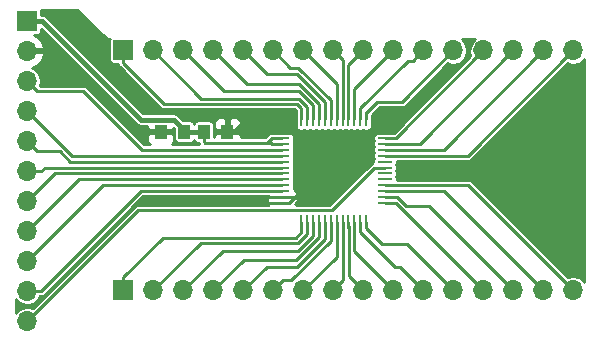
<source format=gbr>
G04 #@! TF.FileFunction,Copper,L1,Top,Signal*
%FSLAX46Y46*%
G04 Gerber Fmt 4.6, Leading zero omitted, Abs format (unit mm)*
G04 Created by KiCad (PCBNEW 4.0.4-stable) date 05/29/18 15:17:11*
%MOMM*%
%LPD*%
G01*
G04 APERTURE LIST*
%ADD10C,0.100000*%
%ADD11R,1.000000X1.250000*%
%ADD12R,1.700000X1.700000*%
%ADD13O,1.700000X1.700000*%
%ADD14R,0.250000X1.300000*%
%ADD15R,1.300000X0.250000*%
%ADD16C,0.600000*%
%ADD17C,0.250000*%
%ADD18C,0.400000*%
%ADD19C,0.254000*%
G04 APERTURE END LIST*
D10*
D11*
X159150000Y-86550000D03*
X161150000Y-86550000D03*
X157500000Y-86550000D03*
X155500000Y-86550000D03*
D12*
X144200000Y-77175000D03*
D13*
X144200000Y-79715000D03*
X144200000Y-82255000D03*
X144200000Y-84795000D03*
X144200000Y-87335000D03*
X144200000Y-89875000D03*
X144200000Y-92415000D03*
X144200000Y-94955000D03*
X144200000Y-97495000D03*
X144200000Y-100035000D03*
X144200000Y-102575000D03*
D14*
X172900000Y-85490000D03*
X172400000Y-85490000D03*
X171900000Y-85490000D03*
X171400000Y-85490000D03*
X170900000Y-85490000D03*
X170400000Y-85490000D03*
X169900000Y-85490000D03*
X169400000Y-85490000D03*
X168900000Y-85490000D03*
X168400000Y-85490000D03*
X167900000Y-85490000D03*
X167400000Y-85490000D03*
D15*
X165800000Y-87090000D03*
X165800000Y-87590000D03*
X165800000Y-88090000D03*
X165800000Y-88590000D03*
X165800000Y-89090000D03*
X165800000Y-89590000D03*
X165800000Y-90090000D03*
X165800000Y-90590000D03*
X165800000Y-91090000D03*
X165800000Y-91590000D03*
X165800000Y-92090000D03*
X165800000Y-92590000D03*
D14*
X167400000Y-94190000D03*
X167900000Y-94190000D03*
X168400000Y-94190000D03*
X168900000Y-94190000D03*
X169400000Y-94190000D03*
X169900000Y-94190000D03*
X170400000Y-94190000D03*
X170900000Y-94190000D03*
X171400000Y-94190000D03*
X171900000Y-94190000D03*
X172400000Y-94190000D03*
X172900000Y-94190000D03*
D15*
X174500000Y-92590000D03*
X174500000Y-92090000D03*
X174500000Y-91590000D03*
X174500000Y-91090000D03*
X174500000Y-90590000D03*
X174500000Y-90090000D03*
X174500000Y-89590000D03*
X174500000Y-89090000D03*
X174500000Y-88590000D03*
X174500000Y-88090000D03*
X174500000Y-87590000D03*
X174500000Y-87090000D03*
D12*
X152340000Y-79680000D03*
D13*
X154880000Y-79680000D03*
X157420000Y-79680000D03*
X159960000Y-79680000D03*
X162500000Y-79680000D03*
X165040000Y-79680000D03*
X167580000Y-79680000D03*
X170120000Y-79680000D03*
X172660000Y-79680000D03*
X175200000Y-79680000D03*
X177740000Y-79680000D03*
X180280000Y-79680000D03*
X182820000Y-79680000D03*
X185360000Y-79680000D03*
X187900000Y-79680000D03*
X190440000Y-79680000D03*
D12*
X152340000Y-100000000D03*
D13*
X154880000Y-100000000D03*
X157420000Y-100000000D03*
X159960000Y-100000000D03*
X162500000Y-100000000D03*
X165040000Y-100000000D03*
X167580000Y-100000000D03*
X170120000Y-100000000D03*
X172660000Y-100000000D03*
X175200000Y-100000000D03*
X177740000Y-100000000D03*
X180280000Y-100000000D03*
X182820000Y-100000000D03*
X185360000Y-100000000D03*
X187900000Y-100000000D03*
X190440000Y-100000000D03*
D16*
X183050000Y-89825000D03*
X162925000Y-85275000D03*
X153900000Y-86525000D03*
X167525000Y-91425000D03*
X163900000Y-92275000D03*
D17*
X159225001Y-87500001D02*
X162725000Y-87500001D01*
X162725000Y-87500001D02*
X164489999Y-87500001D01*
X165800000Y-87590000D02*
X164900000Y-87590000D01*
X164900000Y-87590000D02*
X164810001Y-87500001D01*
X164810001Y-87500001D02*
X162725000Y-87500001D01*
X159150000Y-86550000D02*
X159150000Y-87425000D01*
X159150000Y-87425000D02*
X159225001Y-87500001D01*
X164489999Y-87500001D02*
X164900000Y-87090000D01*
X164900000Y-87090000D02*
X165800000Y-87090000D01*
D18*
X157500000Y-86550000D02*
X159150000Y-86550000D01*
X144200000Y-77175000D02*
X145450000Y-77175000D01*
X145450000Y-77175000D02*
X153799999Y-85524999D01*
X153799999Y-85524999D02*
X156600000Y-85525000D01*
X156600000Y-85525000D02*
X157500000Y-86425000D01*
X157500000Y-86425000D02*
X157500000Y-86550000D01*
D17*
X161150000Y-86550000D02*
X161650000Y-86550000D01*
X161650000Y-86550000D02*
X162925000Y-85275000D01*
X155500000Y-86550000D02*
X153925000Y-86550000D01*
X153925000Y-86550000D02*
X153900000Y-86525000D01*
X165800000Y-92590000D02*
X166360000Y-92590000D01*
X166360000Y-92590000D02*
X167525000Y-91425000D01*
X165800000Y-92090000D02*
X166860000Y-92090000D01*
X166860000Y-92090000D02*
X167525000Y-91425000D01*
X165800000Y-92590000D02*
X164215000Y-92590000D01*
X164215000Y-92590000D02*
X163900000Y-92275000D01*
X165800000Y-92090000D02*
X164085000Y-92090000D01*
X164085000Y-92090000D02*
X163900000Y-92275000D01*
X164900000Y-90590000D02*
X165800000Y-90590000D01*
X148565000Y-90590000D02*
X164900000Y-90590000D01*
X144200000Y-94955000D02*
X148565000Y-90590000D01*
X165800000Y-91090000D02*
X150605000Y-91090000D01*
X150605000Y-91090000D02*
X144200000Y-97495000D01*
X144200000Y-100035000D02*
X145402081Y-100035000D01*
X145402081Y-100035000D02*
X153847081Y-91590000D01*
X153847081Y-91590000D02*
X164900000Y-91590000D01*
X164900000Y-91590000D02*
X165800000Y-91590000D01*
X144200000Y-82255000D02*
X145049999Y-83104999D01*
X145049999Y-83104999D02*
X148929999Y-83104999D01*
X148929999Y-83104999D02*
X153915000Y-88090000D01*
X153915000Y-88090000D02*
X165800000Y-88090000D01*
X144200000Y-84795000D02*
X147995000Y-88590000D01*
X147995000Y-88590000D02*
X165800000Y-88590000D01*
X144200000Y-87335000D02*
X145049999Y-88184999D01*
X145049999Y-88184999D02*
X146953589Y-88184999D01*
X146953589Y-88184999D02*
X147858590Y-89090000D01*
X147858590Y-89090000D02*
X164900000Y-89090000D01*
X164900000Y-89090000D02*
X165800000Y-89090000D01*
X164900000Y-89590000D02*
X165800000Y-89590000D01*
X145687081Y-89590000D02*
X164900000Y-89590000D01*
X145402081Y-89875000D02*
X145687081Y-89590000D01*
X144200000Y-89875000D02*
X145402081Y-89875000D01*
X146525000Y-90090000D02*
X164900000Y-90090000D01*
X164900000Y-90090000D02*
X165800000Y-90090000D01*
X144200000Y-92415000D02*
X146525000Y-90090000D01*
X144200000Y-102575000D02*
X153560001Y-93214999D01*
X153560001Y-93214999D02*
X169975001Y-93214999D01*
X169975001Y-93214999D02*
X173600000Y-89590000D01*
X173600000Y-89590000D02*
X174500000Y-89590000D01*
X167035000Y-84225000D02*
X155785000Y-84225000D01*
X155785000Y-84225000D02*
X152340000Y-80780000D01*
X152340000Y-80780000D02*
X152340000Y-79680000D01*
X167400000Y-85490000D02*
X167400000Y-84590000D01*
X167400000Y-84590000D02*
X167035000Y-84225000D01*
X167196410Y-83750000D02*
X158950000Y-83750000D01*
X158950000Y-83750000D02*
X154880000Y-79680000D01*
X167900000Y-85490000D02*
X167900000Y-84453590D01*
X167900000Y-84453590D02*
X167196410Y-83750000D01*
X167232820Y-83150000D02*
X160890000Y-83150000D01*
X160890000Y-83150000D02*
X157420000Y-79680000D01*
X168400000Y-85490000D02*
X168400000Y-84317180D01*
X168400000Y-84317180D02*
X167232820Y-83150000D01*
X167219230Y-82500000D02*
X162780000Y-82500000D01*
X162780000Y-82500000D02*
X159960000Y-79680000D01*
X168900000Y-85490000D02*
X168900000Y-84180770D01*
X168900000Y-84180770D02*
X167219230Y-82500000D01*
X167030640Y-81675000D02*
X164495000Y-81675000D01*
X164495000Y-81675000D02*
X162500000Y-79680000D01*
X169400000Y-85490000D02*
X169400000Y-84044360D01*
X169400000Y-84044360D02*
X167030640Y-81675000D01*
X169900000Y-85490000D02*
X169900000Y-83907950D01*
X167117361Y-81125311D02*
X166485311Y-81125311D01*
X169900000Y-83907950D02*
X167117361Y-81125311D01*
X166485311Y-81125311D02*
X165040000Y-79680000D01*
X170400000Y-85490000D02*
X170400000Y-82500000D01*
X170400000Y-82500000D02*
X167580000Y-79680000D01*
X170900000Y-85490000D02*
X170900000Y-80460000D01*
X170900000Y-80460000D02*
X170120000Y-79680000D01*
X171400000Y-85490000D02*
X171400000Y-80940000D01*
X171400000Y-80940000D02*
X172660000Y-79680000D01*
X171900000Y-85490000D02*
X171900000Y-82980000D01*
X171900000Y-82980000D02*
X175200000Y-79680000D01*
X172400000Y-85490000D02*
X172400000Y-84590000D01*
X172400000Y-84590000D02*
X176460001Y-80529999D01*
X176460001Y-80529999D02*
X176890001Y-80529999D01*
X176890001Y-80529999D02*
X177740000Y-79680000D01*
X173840000Y-84025000D02*
X175935000Y-84025000D01*
X175935000Y-84025000D02*
X180280000Y-79680000D01*
X172900000Y-85490000D02*
X172900000Y-84965000D01*
X172900000Y-84965000D02*
X173840000Y-84025000D01*
X174500000Y-87090000D02*
X175410000Y-87090000D01*
X175410000Y-87090000D02*
X182820000Y-79680000D01*
X174500000Y-87590000D02*
X177450000Y-87590000D01*
X177450000Y-87590000D02*
X185360000Y-79680000D01*
X174500000Y-88090000D02*
X179490000Y-88090000D01*
X179490000Y-88090000D02*
X187900000Y-79680000D01*
X174500000Y-88590000D02*
X181530000Y-88590000D01*
X181530000Y-88590000D02*
X190440000Y-79680000D01*
X166940000Y-95550000D02*
X155690000Y-95550000D01*
X155690000Y-95550000D02*
X152340000Y-98900000D01*
X152340000Y-98900000D02*
X152340000Y-100000000D01*
X167400000Y-94190000D02*
X167400000Y-95090000D01*
X167400000Y-95090000D02*
X166940000Y-95550000D01*
X167126400Y-96000010D02*
X158879990Y-96000010D01*
X158879990Y-96000010D02*
X154880000Y-100000000D01*
X167900000Y-94190000D02*
X167900000Y-95226410D01*
X167900000Y-95226410D02*
X167126400Y-96000010D01*
X167112820Y-96650000D02*
X160770000Y-96650000D01*
X160770000Y-96650000D02*
X157420000Y-100000000D01*
X168400000Y-94190000D02*
X168400000Y-95362820D01*
X168400000Y-95362820D02*
X167112820Y-96650000D01*
X166974230Y-97425000D02*
X162535000Y-97425000D01*
X162535000Y-97425000D02*
X159960000Y-100000000D01*
X168900000Y-94190000D02*
X168900000Y-95499230D01*
X168900000Y-95499230D02*
X166974230Y-97425000D01*
X167060640Y-97975000D02*
X164525000Y-97975000D01*
X164525000Y-97975000D02*
X162500000Y-100000000D01*
X169400000Y-94190000D02*
X169400000Y-95635640D01*
X169400000Y-95635640D02*
X167060640Y-97975000D01*
X169900000Y-94190000D02*
X169900000Y-95772050D01*
X169900000Y-95772050D02*
X166522049Y-99150001D01*
X166522049Y-99150001D02*
X165889999Y-99150001D01*
X165889999Y-99150001D02*
X165040000Y-100000000D01*
X170400000Y-94190000D02*
X170400000Y-97180000D01*
X170400000Y-97180000D02*
X167580000Y-100000000D01*
X170900000Y-94190000D02*
X170900000Y-95090000D01*
X170900000Y-95090000D02*
X170969999Y-95159999D01*
X170969999Y-95159999D02*
X170969999Y-99150001D01*
X170969999Y-99150001D02*
X170120000Y-100000000D01*
X171400000Y-94190000D02*
X171400000Y-94525000D01*
X171400000Y-94525000D02*
X171449999Y-94574999D01*
X171449999Y-94574999D02*
X171449999Y-98789999D01*
X171449999Y-98789999D02*
X171810001Y-99150001D01*
X171810001Y-99150001D02*
X172660000Y-100000000D01*
X171900000Y-94190000D02*
X171900000Y-96700000D01*
X171900000Y-96700000D02*
X175200000Y-100000000D01*
X175360000Y-98050000D02*
X175790000Y-98050000D01*
X175790000Y-98050000D02*
X177740000Y-100000000D01*
X172400000Y-94190000D02*
X172400000Y-95090000D01*
X172400000Y-95090000D02*
X175360000Y-98050000D01*
X174225000Y-96040000D02*
X176320000Y-96040000D01*
X176320000Y-96040000D02*
X180280000Y-100000000D01*
X172900000Y-94190000D02*
X172900000Y-94715000D01*
X172900000Y-94715000D02*
X174225000Y-96040000D01*
X176110000Y-93300000D02*
X176120000Y-93300000D01*
X176120000Y-93300000D02*
X182820000Y-100000000D01*
X174500000Y-92590000D02*
X175400000Y-92590000D01*
X175400000Y-92590000D02*
X176110000Y-93300000D01*
X174500000Y-92090000D02*
X175536410Y-92090000D01*
X175536410Y-92090000D02*
X176296400Y-92849990D01*
X176296400Y-92849990D02*
X178209990Y-92849990D01*
X178209990Y-92849990D02*
X184510001Y-99150001D01*
X184510001Y-99150001D02*
X185360000Y-100000000D01*
X174500000Y-91590000D02*
X179490000Y-91590000D01*
X179490000Y-91590000D02*
X187900000Y-100000000D01*
X174500000Y-91090000D02*
X181530000Y-91090000D01*
X181530000Y-91090000D02*
X190440000Y-100000000D01*
D19*
G36*
X164611673Y-92105301D02*
X164534403Y-92291847D01*
X164515000Y-92311250D01*
X164515000Y-92368750D01*
X164534403Y-92388153D01*
X164611673Y-92574699D01*
X164689474Y-92652500D01*
X164673750Y-92652500D01*
X164563251Y-92762999D01*
X153560001Y-92762999D01*
X153387028Y-92797405D01*
X153240388Y-92895387D01*
X144652379Y-101483397D01*
X144223059Y-101398000D01*
X144176941Y-101398000D01*
X143726523Y-101487594D01*
X143344676Y-101742735D01*
X143232000Y-101911367D01*
X143232000Y-100698633D01*
X143344676Y-100867265D01*
X143726523Y-101122406D01*
X144176941Y-101212000D01*
X144223059Y-101212000D01*
X144673477Y-101122406D01*
X145055324Y-100867265D01*
X145309408Y-100487000D01*
X145402081Y-100487000D01*
X145575054Y-100452594D01*
X145721693Y-100354612D01*
X154034306Y-92042000D01*
X164674974Y-92042000D01*
X164611673Y-92105301D01*
X164611673Y-92105301D01*
G37*
X164611673Y-92105301D02*
X164534403Y-92291847D01*
X164515000Y-92311250D01*
X164515000Y-92368750D01*
X164534403Y-92388153D01*
X164611673Y-92574699D01*
X164689474Y-92652500D01*
X164673750Y-92652500D01*
X164563251Y-92762999D01*
X153560001Y-92762999D01*
X153387028Y-92797405D01*
X153240388Y-92895387D01*
X144652379Y-101483397D01*
X144223059Y-101398000D01*
X144176941Y-101398000D01*
X143726523Y-101487594D01*
X143344676Y-101742735D01*
X143232000Y-101911367D01*
X143232000Y-100698633D01*
X143344676Y-100867265D01*
X143726523Y-101122406D01*
X144176941Y-101212000D01*
X144223059Y-101212000D01*
X144673477Y-101122406D01*
X145055324Y-100867265D01*
X145309408Y-100487000D01*
X145402081Y-100487000D01*
X145575054Y-100452594D01*
X145721693Y-100354612D01*
X154034306Y-92042000D01*
X164674974Y-92042000D01*
X164611673Y-92105301D01*
G36*
X191368000Y-99287954D02*
X191272265Y-99144676D01*
X190890418Y-98889535D01*
X190440000Y-98799941D01*
X189989582Y-98889535D01*
X189977100Y-98897876D01*
X181849612Y-90770388D01*
X181702973Y-90672406D01*
X181530000Y-90638000D01*
X175483406Y-90638000D01*
X175483406Y-90465000D01*
X175460605Y-90343821D01*
X175458105Y-90339937D01*
X175483406Y-90215000D01*
X175483406Y-89965000D01*
X175460605Y-89843821D01*
X175458105Y-89839937D01*
X175483406Y-89715000D01*
X175483406Y-89465000D01*
X175460605Y-89343821D01*
X175458105Y-89339937D01*
X175483406Y-89215000D01*
X175483406Y-89042000D01*
X181530000Y-89042000D01*
X181702973Y-89007594D01*
X181849612Y-88909612D01*
X189977100Y-80782124D01*
X189989582Y-80790465D01*
X190440000Y-80880059D01*
X190890418Y-80790465D01*
X191272265Y-80535324D01*
X191368000Y-80392046D01*
X191368000Y-99287954D01*
X191368000Y-99287954D01*
G37*
X191368000Y-99287954D02*
X191272265Y-99144676D01*
X190890418Y-98889535D01*
X190440000Y-98799941D01*
X189989582Y-98889535D01*
X189977100Y-98897876D01*
X181849612Y-90770388D01*
X181702973Y-90672406D01*
X181530000Y-90638000D01*
X175483406Y-90638000D01*
X175483406Y-90465000D01*
X175460605Y-90343821D01*
X175458105Y-90339937D01*
X175483406Y-90215000D01*
X175483406Y-89965000D01*
X175460605Y-89843821D01*
X175458105Y-89839937D01*
X175483406Y-89715000D01*
X175483406Y-89465000D01*
X175460605Y-89343821D01*
X175458105Y-89339937D01*
X175483406Y-89215000D01*
X175483406Y-89042000D01*
X181530000Y-89042000D01*
X181702973Y-89007594D01*
X181849612Y-88909612D01*
X189977100Y-80782124D01*
X189989582Y-80790465D01*
X190440000Y-80880059D01*
X190890418Y-80790465D01*
X191272265Y-80535324D01*
X191368000Y-80392046D01*
X191368000Y-99287954D01*
G36*
X150840241Y-78634760D02*
X150938308Y-78700286D01*
X150947949Y-78706728D01*
X151075000Y-78732000D01*
X151176440Y-78732000D01*
X151156594Y-78830000D01*
X151156594Y-80530000D01*
X151179395Y-80651179D01*
X151251012Y-80762474D01*
X151360286Y-80837138D01*
X151490000Y-80863406D01*
X151904590Y-80863406D01*
X151922406Y-80952973D01*
X152020388Y-81099612D01*
X155465388Y-84544612D01*
X155612027Y-84642594D01*
X155785000Y-84677000D01*
X166847776Y-84677000D01*
X166948000Y-84777224D01*
X166948000Y-84808367D01*
X166941594Y-84840000D01*
X166941594Y-86140000D01*
X166964395Y-86261179D01*
X167036012Y-86372474D01*
X167145286Y-86447138D01*
X167275000Y-86473406D01*
X167525000Y-86473406D01*
X167646179Y-86450605D01*
X167650063Y-86448105D01*
X167775000Y-86473406D01*
X168025000Y-86473406D01*
X168146179Y-86450605D01*
X168150063Y-86448105D01*
X168275000Y-86473406D01*
X168525000Y-86473406D01*
X168646179Y-86450605D01*
X168650063Y-86448105D01*
X168775000Y-86473406D01*
X169025000Y-86473406D01*
X169146179Y-86450605D01*
X169150063Y-86448105D01*
X169275000Y-86473406D01*
X169525000Y-86473406D01*
X169646179Y-86450605D01*
X169650063Y-86448105D01*
X169775000Y-86473406D01*
X170025000Y-86473406D01*
X170146179Y-86450605D01*
X170150063Y-86448105D01*
X170275000Y-86473406D01*
X170525000Y-86473406D01*
X170646179Y-86450605D01*
X170650063Y-86448105D01*
X170775000Y-86473406D01*
X171025000Y-86473406D01*
X171146179Y-86450605D01*
X171150063Y-86448105D01*
X171275000Y-86473406D01*
X171525000Y-86473406D01*
X171646179Y-86450605D01*
X171650063Y-86448105D01*
X171775000Y-86473406D01*
X172025000Y-86473406D01*
X172146179Y-86450605D01*
X172150063Y-86448105D01*
X172275000Y-86473406D01*
X172525000Y-86473406D01*
X172646179Y-86450605D01*
X172650063Y-86448105D01*
X172775000Y-86473406D01*
X173025000Y-86473406D01*
X173146179Y-86450605D01*
X173257474Y-86378988D01*
X173332138Y-86269714D01*
X173358406Y-86140000D01*
X173358406Y-85145818D01*
X174027224Y-84477000D01*
X175935000Y-84477000D01*
X176107973Y-84442594D01*
X176254612Y-84344612D01*
X179817100Y-80782124D01*
X179829582Y-80790465D01*
X180280000Y-80880059D01*
X180730418Y-80790465D01*
X181112265Y-80535324D01*
X181367406Y-80153477D01*
X181457000Y-79703059D01*
X181457000Y-79656941D01*
X181367406Y-79206523D01*
X181112265Y-78824676D01*
X180973565Y-78732000D01*
X182126435Y-78732000D01*
X181987735Y-78824676D01*
X181732594Y-79206523D01*
X181643000Y-79656941D01*
X181643000Y-79703059D01*
X181728397Y-80132378D01*
X175222776Y-86638000D01*
X175181633Y-86638000D01*
X175150000Y-86631594D01*
X173850000Y-86631594D01*
X173728821Y-86654395D01*
X173617526Y-86726012D01*
X173542862Y-86835286D01*
X173516594Y-86965000D01*
X173516594Y-87215000D01*
X173539395Y-87336179D01*
X173541895Y-87340063D01*
X173516594Y-87465000D01*
X173516594Y-87715000D01*
X173539395Y-87836179D01*
X173541895Y-87840063D01*
X173516594Y-87965000D01*
X173516594Y-88215000D01*
X173539395Y-88336179D01*
X173541895Y-88340063D01*
X173516594Y-88465000D01*
X173516594Y-88715000D01*
X173539395Y-88836179D01*
X173541895Y-88840063D01*
X173516594Y-88965000D01*
X173516594Y-89154590D01*
X173427027Y-89172406D01*
X173280388Y-89270388D01*
X169787777Y-92762999D01*
X167036749Y-92762999D01*
X166926250Y-92652500D01*
X166910526Y-92652500D01*
X166988327Y-92574699D01*
X167065597Y-92388153D01*
X167085000Y-92368750D01*
X167085000Y-92311250D01*
X167065597Y-92291847D01*
X166988327Y-92105301D01*
X166910526Y-92027500D01*
X166926250Y-92027500D01*
X167085000Y-91868750D01*
X167085000Y-91838690D01*
X166988327Y-91605301D01*
X166809698Y-91426673D01*
X166773362Y-91411622D01*
X166760605Y-91343821D01*
X166758105Y-91339937D01*
X166783406Y-91215000D01*
X166783406Y-90965000D01*
X166760605Y-90843821D01*
X166758105Y-90839937D01*
X166783406Y-90715000D01*
X166783406Y-90465000D01*
X166760605Y-90343821D01*
X166758105Y-90339937D01*
X166783406Y-90215000D01*
X166783406Y-89965000D01*
X166760605Y-89843821D01*
X166758105Y-89839937D01*
X166783406Y-89715000D01*
X166783406Y-89465000D01*
X166760605Y-89343821D01*
X166758105Y-89339937D01*
X166783406Y-89215000D01*
X166783406Y-88965000D01*
X166760605Y-88843821D01*
X166758105Y-88839937D01*
X166783406Y-88715000D01*
X166783406Y-88465000D01*
X166760605Y-88343821D01*
X166758105Y-88339937D01*
X166783406Y-88215000D01*
X166783406Y-87965000D01*
X166760605Y-87843821D01*
X166758105Y-87839937D01*
X166783406Y-87715000D01*
X166783406Y-87465000D01*
X166760605Y-87343821D01*
X166758105Y-87339937D01*
X166783406Y-87215000D01*
X166783406Y-86965000D01*
X166760605Y-86843821D01*
X166688988Y-86732526D01*
X166579714Y-86657862D01*
X166450000Y-86631594D01*
X165150000Y-86631594D01*
X165115954Y-86638000D01*
X164900000Y-86638000D01*
X164727027Y-86672406D01*
X164580388Y-86770388D01*
X164302775Y-87048001D01*
X162285000Y-87048001D01*
X162285000Y-86835750D01*
X162126250Y-86677000D01*
X161277000Y-86677000D01*
X161277000Y-86697000D01*
X161023000Y-86697000D01*
X161023000Y-86677000D01*
X160173750Y-86677000D01*
X160015000Y-86835750D01*
X160015000Y-87048001D01*
X159983406Y-87048001D01*
X159983406Y-85925000D01*
X159960605Y-85803821D01*
X159957304Y-85798690D01*
X160015000Y-85798690D01*
X160015000Y-86264250D01*
X160173750Y-86423000D01*
X161023000Y-86423000D01*
X161023000Y-85448750D01*
X161277000Y-85448750D01*
X161277000Y-86423000D01*
X162126250Y-86423000D01*
X162285000Y-86264250D01*
X162285000Y-85798690D01*
X162188327Y-85565301D01*
X162009698Y-85386673D01*
X161776309Y-85290000D01*
X161435750Y-85290000D01*
X161277000Y-85448750D01*
X161023000Y-85448750D01*
X160864250Y-85290000D01*
X160523691Y-85290000D01*
X160290302Y-85386673D01*
X160111673Y-85565301D01*
X160015000Y-85798690D01*
X159957304Y-85798690D01*
X159888988Y-85692526D01*
X159779714Y-85617862D01*
X159650000Y-85591594D01*
X158650000Y-85591594D01*
X158528821Y-85614395D01*
X158417526Y-85686012D01*
X158342862Y-85795286D01*
X158325309Y-85881966D01*
X158310605Y-85803821D01*
X158238988Y-85692526D01*
X158129714Y-85617862D01*
X158000000Y-85591594D01*
X157411884Y-85591594D01*
X156972645Y-85152355D01*
X156801675Y-85038115D01*
X156600000Y-84998000D01*
X154018289Y-84997999D01*
X145822645Y-76802355D01*
X145651675Y-76688115D01*
X145450000Y-76648000D01*
X145383406Y-76648000D01*
X145383406Y-76325000D01*
X145365907Y-76232000D01*
X148437482Y-76232000D01*
X150840241Y-78634760D01*
X150840241Y-78634760D01*
G37*
X150840241Y-78634760D02*
X150938308Y-78700286D01*
X150947949Y-78706728D01*
X151075000Y-78732000D01*
X151176440Y-78732000D01*
X151156594Y-78830000D01*
X151156594Y-80530000D01*
X151179395Y-80651179D01*
X151251012Y-80762474D01*
X151360286Y-80837138D01*
X151490000Y-80863406D01*
X151904590Y-80863406D01*
X151922406Y-80952973D01*
X152020388Y-81099612D01*
X155465388Y-84544612D01*
X155612027Y-84642594D01*
X155785000Y-84677000D01*
X166847776Y-84677000D01*
X166948000Y-84777224D01*
X166948000Y-84808367D01*
X166941594Y-84840000D01*
X166941594Y-86140000D01*
X166964395Y-86261179D01*
X167036012Y-86372474D01*
X167145286Y-86447138D01*
X167275000Y-86473406D01*
X167525000Y-86473406D01*
X167646179Y-86450605D01*
X167650063Y-86448105D01*
X167775000Y-86473406D01*
X168025000Y-86473406D01*
X168146179Y-86450605D01*
X168150063Y-86448105D01*
X168275000Y-86473406D01*
X168525000Y-86473406D01*
X168646179Y-86450605D01*
X168650063Y-86448105D01*
X168775000Y-86473406D01*
X169025000Y-86473406D01*
X169146179Y-86450605D01*
X169150063Y-86448105D01*
X169275000Y-86473406D01*
X169525000Y-86473406D01*
X169646179Y-86450605D01*
X169650063Y-86448105D01*
X169775000Y-86473406D01*
X170025000Y-86473406D01*
X170146179Y-86450605D01*
X170150063Y-86448105D01*
X170275000Y-86473406D01*
X170525000Y-86473406D01*
X170646179Y-86450605D01*
X170650063Y-86448105D01*
X170775000Y-86473406D01*
X171025000Y-86473406D01*
X171146179Y-86450605D01*
X171150063Y-86448105D01*
X171275000Y-86473406D01*
X171525000Y-86473406D01*
X171646179Y-86450605D01*
X171650063Y-86448105D01*
X171775000Y-86473406D01*
X172025000Y-86473406D01*
X172146179Y-86450605D01*
X172150063Y-86448105D01*
X172275000Y-86473406D01*
X172525000Y-86473406D01*
X172646179Y-86450605D01*
X172650063Y-86448105D01*
X172775000Y-86473406D01*
X173025000Y-86473406D01*
X173146179Y-86450605D01*
X173257474Y-86378988D01*
X173332138Y-86269714D01*
X173358406Y-86140000D01*
X173358406Y-85145818D01*
X174027224Y-84477000D01*
X175935000Y-84477000D01*
X176107973Y-84442594D01*
X176254612Y-84344612D01*
X179817100Y-80782124D01*
X179829582Y-80790465D01*
X180280000Y-80880059D01*
X180730418Y-80790465D01*
X181112265Y-80535324D01*
X181367406Y-80153477D01*
X181457000Y-79703059D01*
X181457000Y-79656941D01*
X181367406Y-79206523D01*
X181112265Y-78824676D01*
X180973565Y-78732000D01*
X182126435Y-78732000D01*
X181987735Y-78824676D01*
X181732594Y-79206523D01*
X181643000Y-79656941D01*
X181643000Y-79703059D01*
X181728397Y-80132378D01*
X175222776Y-86638000D01*
X175181633Y-86638000D01*
X175150000Y-86631594D01*
X173850000Y-86631594D01*
X173728821Y-86654395D01*
X173617526Y-86726012D01*
X173542862Y-86835286D01*
X173516594Y-86965000D01*
X173516594Y-87215000D01*
X173539395Y-87336179D01*
X173541895Y-87340063D01*
X173516594Y-87465000D01*
X173516594Y-87715000D01*
X173539395Y-87836179D01*
X173541895Y-87840063D01*
X173516594Y-87965000D01*
X173516594Y-88215000D01*
X173539395Y-88336179D01*
X173541895Y-88340063D01*
X173516594Y-88465000D01*
X173516594Y-88715000D01*
X173539395Y-88836179D01*
X173541895Y-88840063D01*
X173516594Y-88965000D01*
X173516594Y-89154590D01*
X173427027Y-89172406D01*
X173280388Y-89270388D01*
X169787777Y-92762999D01*
X167036749Y-92762999D01*
X166926250Y-92652500D01*
X166910526Y-92652500D01*
X166988327Y-92574699D01*
X167065597Y-92388153D01*
X167085000Y-92368750D01*
X167085000Y-92311250D01*
X167065597Y-92291847D01*
X166988327Y-92105301D01*
X166910526Y-92027500D01*
X166926250Y-92027500D01*
X167085000Y-91868750D01*
X167085000Y-91838690D01*
X166988327Y-91605301D01*
X166809698Y-91426673D01*
X166773362Y-91411622D01*
X166760605Y-91343821D01*
X166758105Y-91339937D01*
X166783406Y-91215000D01*
X166783406Y-90965000D01*
X166760605Y-90843821D01*
X166758105Y-90839937D01*
X166783406Y-90715000D01*
X166783406Y-90465000D01*
X166760605Y-90343821D01*
X166758105Y-90339937D01*
X166783406Y-90215000D01*
X166783406Y-89965000D01*
X166760605Y-89843821D01*
X166758105Y-89839937D01*
X166783406Y-89715000D01*
X166783406Y-89465000D01*
X166760605Y-89343821D01*
X166758105Y-89339937D01*
X166783406Y-89215000D01*
X166783406Y-88965000D01*
X166760605Y-88843821D01*
X166758105Y-88839937D01*
X166783406Y-88715000D01*
X166783406Y-88465000D01*
X166760605Y-88343821D01*
X166758105Y-88339937D01*
X166783406Y-88215000D01*
X166783406Y-87965000D01*
X166760605Y-87843821D01*
X166758105Y-87839937D01*
X166783406Y-87715000D01*
X166783406Y-87465000D01*
X166760605Y-87343821D01*
X166758105Y-87339937D01*
X166783406Y-87215000D01*
X166783406Y-86965000D01*
X166760605Y-86843821D01*
X166688988Y-86732526D01*
X166579714Y-86657862D01*
X166450000Y-86631594D01*
X165150000Y-86631594D01*
X165115954Y-86638000D01*
X164900000Y-86638000D01*
X164727027Y-86672406D01*
X164580388Y-86770388D01*
X164302775Y-87048001D01*
X162285000Y-87048001D01*
X162285000Y-86835750D01*
X162126250Y-86677000D01*
X161277000Y-86677000D01*
X161277000Y-86697000D01*
X161023000Y-86697000D01*
X161023000Y-86677000D01*
X160173750Y-86677000D01*
X160015000Y-86835750D01*
X160015000Y-87048001D01*
X159983406Y-87048001D01*
X159983406Y-85925000D01*
X159960605Y-85803821D01*
X159957304Y-85798690D01*
X160015000Y-85798690D01*
X160015000Y-86264250D01*
X160173750Y-86423000D01*
X161023000Y-86423000D01*
X161023000Y-85448750D01*
X161277000Y-85448750D01*
X161277000Y-86423000D01*
X162126250Y-86423000D01*
X162285000Y-86264250D01*
X162285000Y-85798690D01*
X162188327Y-85565301D01*
X162009698Y-85386673D01*
X161776309Y-85290000D01*
X161435750Y-85290000D01*
X161277000Y-85448750D01*
X161023000Y-85448750D01*
X160864250Y-85290000D01*
X160523691Y-85290000D01*
X160290302Y-85386673D01*
X160111673Y-85565301D01*
X160015000Y-85798690D01*
X159957304Y-85798690D01*
X159888988Y-85692526D01*
X159779714Y-85617862D01*
X159650000Y-85591594D01*
X158650000Y-85591594D01*
X158528821Y-85614395D01*
X158417526Y-85686012D01*
X158342862Y-85795286D01*
X158325309Y-85881966D01*
X158310605Y-85803821D01*
X158238988Y-85692526D01*
X158129714Y-85617862D01*
X158000000Y-85591594D01*
X157411884Y-85591594D01*
X156972645Y-85152355D01*
X156801675Y-85038115D01*
X156600000Y-84998000D01*
X154018289Y-84997999D01*
X145822645Y-76802355D01*
X145651675Y-76688115D01*
X145450000Y-76648000D01*
X145383406Y-76648000D01*
X145383406Y-76325000D01*
X145365907Y-76232000D01*
X148437482Y-76232000D01*
X150840241Y-78634760D01*
G36*
X153427354Y-85897644D02*
X153598324Y-86011884D01*
X153799999Y-86051999D01*
X154365000Y-86051999D01*
X154365000Y-86264250D01*
X154523750Y-86423000D01*
X155373000Y-86423000D01*
X155373000Y-86403000D01*
X155627000Y-86403000D01*
X155627000Y-86423000D01*
X156476250Y-86423000D01*
X156614480Y-86284770D01*
X156666594Y-86336884D01*
X156666594Y-87175000D01*
X156689395Y-87296179D01*
X156761012Y-87407474D01*
X156870286Y-87482138D01*
X157000000Y-87508406D01*
X158000000Y-87508406D01*
X158121179Y-87485605D01*
X158232474Y-87413988D01*
X158307138Y-87304714D01*
X158324691Y-87218034D01*
X158339395Y-87296179D01*
X158411012Y-87407474D01*
X158520286Y-87482138D01*
X158650000Y-87508406D01*
X158714590Y-87508406D01*
X158732406Y-87597973D01*
X158759151Y-87638000D01*
X156435025Y-87638000D01*
X156538327Y-87534699D01*
X156635000Y-87301310D01*
X156635000Y-86835750D01*
X156476250Y-86677000D01*
X155627000Y-86677000D01*
X155627000Y-86697000D01*
X155373000Y-86697000D01*
X155373000Y-86677000D01*
X154523750Y-86677000D01*
X154365000Y-86835750D01*
X154365000Y-87301310D01*
X154461673Y-87534699D01*
X154564975Y-87638000D01*
X154102224Y-87638000D01*
X149249611Y-82785387D01*
X149102972Y-82687405D01*
X148929999Y-82652999D01*
X145320892Y-82652999D01*
X145400059Y-82255000D01*
X145310465Y-81804582D01*
X145055324Y-81422735D01*
X144673477Y-81167594D01*
X144574965Y-81147999D01*
X145081358Y-80910183D01*
X145471645Y-80481924D01*
X145641476Y-80071890D01*
X145520155Y-79842000D01*
X144327000Y-79842000D01*
X144327000Y-79862000D01*
X144073000Y-79862000D01*
X144073000Y-79842000D01*
X144053000Y-79842000D01*
X144053000Y-79588000D01*
X144073000Y-79588000D01*
X144073000Y-79568000D01*
X144327000Y-79568000D01*
X144327000Y-79588000D01*
X145520155Y-79588000D01*
X145641476Y-79358110D01*
X145471645Y-78948076D01*
X145081358Y-78519817D01*
X144737657Y-78358406D01*
X145050000Y-78358406D01*
X145171179Y-78335605D01*
X145282474Y-78263988D01*
X145357138Y-78154714D01*
X145383406Y-78025000D01*
X145383406Y-77853696D01*
X153427354Y-85897644D01*
X153427354Y-85897644D01*
G37*
X153427354Y-85897644D02*
X153598324Y-86011884D01*
X153799999Y-86051999D01*
X154365000Y-86051999D01*
X154365000Y-86264250D01*
X154523750Y-86423000D01*
X155373000Y-86423000D01*
X155373000Y-86403000D01*
X155627000Y-86403000D01*
X155627000Y-86423000D01*
X156476250Y-86423000D01*
X156614480Y-86284770D01*
X156666594Y-86336884D01*
X156666594Y-87175000D01*
X156689395Y-87296179D01*
X156761012Y-87407474D01*
X156870286Y-87482138D01*
X157000000Y-87508406D01*
X158000000Y-87508406D01*
X158121179Y-87485605D01*
X158232474Y-87413988D01*
X158307138Y-87304714D01*
X158324691Y-87218034D01*
X158339395Y-87296179D01*
X158411012Y-87407474D01*
X158520286Y-87482138D01*
X158650000Y-87508406D01*
X158714590Y-87508406D01*
X158732406Y-87597973D01*
X158759151Y-87638000D01*
X156435025Y-87638000D01*
X156538327Y-87534699D01*
X156635000Y-87301310D01*
X156635000Y-86835750D01*
X156476250Y-86677000D01*
X155627000Y-86677000D01*
X155627000Y-86697000D01*
X155373000Y-86697000D01*
X155373000Y-86677000D01*
X154523750Y-86677000D01*
X154365000Y-86835750D01*
X154365000Y-87301310D01*
X154461673Y-87534699D01*
X154564975Y-87638000D01*
X154102224Y-87638000D01*
X149249611Y-82785387D01*
X149102972Y-82687405D01*
X148929999Y-82652999D01*
X145320892Y-82652999D01*
X145400059Y-82255000D01*
X145310465Y-81804582D01*
X145055324Y-81422735D01*
X144673477Y-81167594D01*
X144574965Y-81147999D01*
X145081358Y-80910183D01*
X145471645Y-80481924D01*
X145641476Y-80071890D01*
X145520155Y-79842000D01*
X144327000Y-79842000D01*
X144327000Y-79862000D01*
X144073000Y-79862000D01*
X144073000Y-79842000D01*
X144053000Y-79842000D01*
X144053000Y-79588000D01*
X144073000Y-79588000D01*
X144073000Y-79568000D01*
X144327000Y-79568000D01*
X144327000Y-79588000D01*
X145520155Y-79588000D01*
X145641476Y-79358110D01*
X145471645Y-78948076D01*
X145081358Y-78519817D01*
X144737657Y-78358406D01*
X145050000Y-78358406D01*
X145171179Y-78335605D01*
X145282474Y-78263988D01*
X145357138Y-78154714D01*
X145383406Y-78025000D01*
X145383406Y-77853696D01*
X153427354Y-85897644D01*
M02*

</source>
